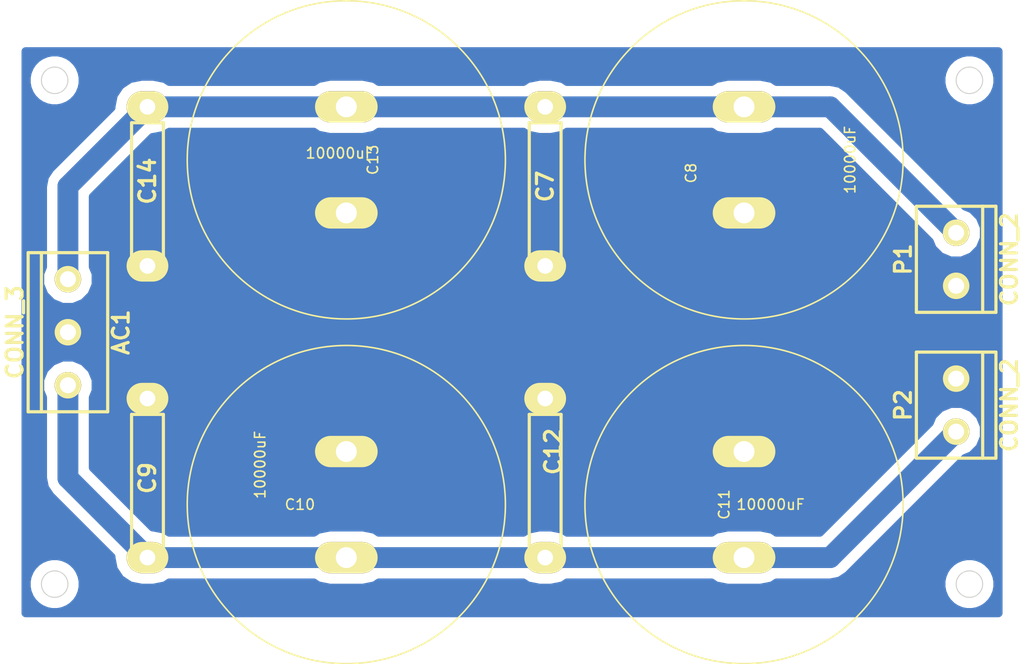
<source format=kicad_pcb>
(kicad_pcb (version 3) (host pcbnew "(2013-jul-07)-stable")

  (general
    (links 20)
    (no_connects 0)
    (area 76.1906 42.104999 175.2694 107.755001)
    (thickness 1.6)
    (drawings 4)
    (tracks 14)
    (zones 0)
    (modules 11)
    (nets 4)
  )

  (page A4 portrait)
  (layers
    (15 F.Cu power)
    (0 B.Cu power)
    (17 F.Adhes user)
    (19 F.Paste user)
    (21 F.SilkS user)
    (23 F.Mask user)
    (28 Edge.Cuts user)
  )

  (setup
    (last_trace_width 2)
    (trace_clearance 1)
    (zone_clearance 1)
    (zone_45_only no)
    (trace_min 0.254)
    (segment_width 0.2)
    (edge_width 0.1)
    (via_size 0.889)
    (via_drill 0.635)
    (via_min_size 0.889)
    (via_min_drill 0.508)
    (uvia_size 0.508)
    (uvia_drill 0.127)
    (uvias_allowed no)
    (uvia_min_size 0.508)
    (uvia_min_drill 0.127)
    (pcb_text_width 0.3)
    (pcb_text_size 1.5 1.5)
    (mod_edge_width 0.15)
    (mod_text_size 1 1)
    (mod_text_width 0.15)
    (pad_size 3 6)
    (pad_drill 2)
    (pad_to_mask_clearance 0.2)
    (solder_mask_min_width 0.3)
    (aux_axis_origin 0 0)
    (visible_elements FFFFFFBF)
    (pcbplotparams
      (layerselection 8388609)
      (usegerberextensions false)
      (excludeedgelayer false)
      (linewidth 0.150000)
      (plotframeref false)
      (viasonmask false)
      (mode 1)
      (useauxorigin false)
      (hpglpennumber 1)
      (hpglpenspeed 20)
      (hpglpendiameter 15)
      (hpglpenoverlay 2)
      (psnegative false)
      (psa4output false)
      (plotreference true)
      (plotvalue true)
      (plotothertext true)
      (plotinvisibletext false)
      (padsonsilk false)
      (subtractmaskfromsilk false)
      (outputformat 5)
      (mirror false)
      (drillshape 1)
      (scaleselection 1)
      (outputdirectory output/))
  )

  (net 0 "")
  (net 1 N-000001)
  (net 2 N-000002)
  (net 3 N-000003)

  (net_class Default "This is the default net class."
    (clearance 1)
    (trace_width 2)
    (via_dia 0.889)
    (via_drill 0.635)
    (uvia_dia 0.508)
    (uvia_drill 0.127)
    (add_net "")
    (add_net N-000001)
    (add_net N-000002)
    (add_net N-000003)
  )

  (module capacitor_big (layer F.Cu) (tedit 5491CA43) (tstamp 524ACE53)
    (at 112.395 91.44 270)
    (path /52497D9A)
    (fp_text reference C10 (at 0 6.985 360) (layer F.SilkS)
      (effects (font (size 1 1) (thickness 0.15)))
    )
    (fp_text value 10000uF (at -3.81 10.795 270) (layer F.SilkS)
      (effects (font (size 1 1) (thickness 0.15)))
    )
    (fp_circle (center 0 2.54) (end 15.24 2.54) (layer F.SilkS) (width 0.15))
    (pad 2 thru_hole oval (at 5.08 2.54 270) (size 3 6) (drill 2)
      (layers *.Cu *.Mask F.SilkS)
      (net 2 N-000002)
    )
    (pad 1 thru_hole oval (at -5.08 2.54 270) (size 3 6) (drill 2)
      (layers *.Cu *.Mask F.SilkS)
      (net 3 N-000003)
    )
  )

  (module capacitor_big (layer F.Cu) (tedit 5491CA4F) (tstamp 52861141)
    (at 150.495 58.42 270)
    (path /52497D8D)
    (fp_text reference C8 (at 1.27 7.62 270) (layer F.SilkS)
      (effects (font (size 1 1) (thickness 0.15)))
    )
    (fp_text value 10000uF (at 0 -7.62 270) (layer F.SilkS)
      (effects (font (size 1 1) (thickness 0.15)))
    )
    (fp_circle (center 0 2.54) (end 15.24 2.54) (layer F.SilkS) (width 0.15))
    (pad 2 thru_hole oval (at 5.08 2.54 270) (size 3 6) (drill 2)
      (layers *.Cu *.Mask F.SilkS)
      (net 3 N-000003)
    )
    (pad 1 thru_hole oval (at -5.08 2.54 270) (size 3 6) (drill 2)
      (layers *.Cu *.Mask F.SilkS)
      (net 1 N-000001)
    )
  )

  (module bornier3 (layer F.Cu) (tedit 5491C60A) (tstamp 524ACF3F)
    (at 83.185 74.93 270)
    (descr "Bornier d'alimentation 3 pins")
    (tags DEV)
    (path /52497BBA)
    (fp_text reference AC1 (at 0 -5.08 270) (layer F.SilkS)
      (effects (font (size 1.524 1.524) (thickness 0.3048)))
    )
    (fp_text value CONN_3 (at 0 5.08 270) (layer F.SilkS)
      (effects (font (size 1.524 1.524) (thickness 0.3048)))
    )
    (fp_line (start -7.62 3.81) (end -7.62 -3.81) (layer F.SilkS) (width 0.3048))
    (fp_line (start 7.62 3.81) (end 7.62 -3.81) (layer F.SilkS) (width 0.3048))
    (fp_line (start -7.62 2.54) (end 7.62 2.54) (layer F.SilkS) (width 0.3048))
    (fp_line (start -7.62 -3.81) (end 7.62 -3.81) (layer F.SilkS) (width 0.3048))
    (fp_line (start -7.62 3.81) (end 7.62 3.81) (layer F.SilkS) (width 0.3048))
    (pad 1 thru_hole circle (at -5.08 0 270) (size 2.54 2.54) (drill 1.524)
      (layers *.Cu *.Mask F.SilkS)
      (net 1 N-000001)
    )
    (pad 2 thru_hole circle (at 0 0 270) (size 2.54 2.54) (drill 1.524)
      (layers *.Cu *.Mask F.SilkS)
      (net 3 N-000003)
    )
    (pad 3 thru_hole circle (at 5.08 0 270) (size 2.54 2.54) (drill 1.524)
      (layers *.Cu *.Mask F.SilkS)
      (net 2 N-000002)
    )
    (model device/bornier_3.wrl
      (at (xyz 0 0 0))
      (scale (xyz 1 1 1))
      (rotate (xyz 0 0 0))
    )
  )

  (module capacitor_big (layer F.Cu) (tedit 55914CAA) (tstamp 524ACED6)
    (at 150.495 91.44 270)
    (path /52626317)
    (fp_text reference C11 (at 0 4.445 270) (layer F.SilkS)
      (effects (font (size 1 1) (thickness 0.15)))
    )
    (fp_text value 10000uF (at 0 0 360) (layer F.SilkS)
      (effects (font (size 1 1) (thickness 0.15)))
    )
    (fp_circle (center 0 2.54) (end 15.24 2.54) (layer F.SilkS) (width 0.15))
    (pad 2 thru_hole oval (at 5.08 2.54 270) (size 3 6) (drill 2)
      (layers *.Cu *.Mask F.SilkS)
      (net 2 N-000002)
    )
    (pad 1 thru_hole oval (at -5.08 2.54 270) (size 3 6) (drill 2)
      (layers *.Cu *.Mask F.SilkS)
      (net 3 N-000003)
    )
  )

  (module capacitor_big (layer F.Cu) (tedit 5491CA4B) (tstamp 52861149)
    (at 112.395 58.42 270)
    (path /5262630B)
    (fp_text reference C13 (at 0 0 270) (layer F.SilkS)
      (effects (font (size 1 1) (thickness 0.15)))
    )
    (fp_text value 10000uF (at -0.635 3.175 360) (layer F.SilkS)
      (effects (font (size 1 1) (thickness 0.15)))
    )
    (fp_circle (center 0 2.54) (end 15.24 2.54) (layer F.SilkS) (width 0.15))
    (pad 2 thru_hole oval (at 5.08 2.54 270) (size 3 6) (drill 2)
      (layers *.Cu *.Mask F.SilkS)
      (net 3 N-000003)
    )
    (pad 1 thru_hole oval (at -5.08 2.54 270) (size 3 6) (drill 2)
      (layers *.Cu *.Mask F.SilkS)
      (net 1 N-000001)
    )
  )

  (module bornier2 (layer F.Cu) (tedit 5491C78B) (tstamp 52626EA6)
    (at 168.275 81.915 90)
    (descr "Bornier d'alimentation 2 pins")
    (tags DEV)
    (path /5491B410)
    (fp_text reference P2 (at 0 -5.08 90) (layer F.SilkS)
      (effects (font (size 1.524 1.524) (thickness 0.3048)))
    )
    (fp_text value CONN_2 (at 0 5.08 90) (layer F.SilkS)
      (effects (font (size 1.524 1.524) (thickness 0.3048)))
    )
    (fp_line (start 5.08 2.54) (end -5.08 2.54) (layer F.SilkS) (width 0.3048))
    (fp_line (start 5.08 3.81) (end 5.08 -3.81) (layer F.SilkS) (width 0.3048))
    (fp_line (start 5.08 -3.81) (end -5.08 -3.81) (layer F.SilkS) (width 0.3048))
    (fp_line (start -5.08 -3.81) (end -5.08 3.81) (layer F.SilkS) (width 0.3048))
    (fp_line (start -5.08 3.81) (end 5.08 3.81) (layer F.SilkS) (width 0.3048))
    (pad 1 thru_hole circle (at -2.54 0 90) (size 2.54 2.54) (drill 1.524)
      (layers *.Cu *.Mask F.SilkS)
      (net 2 N-000002)
    )
    (pad 2 thru_hole circle (at 2.54 0 90) (size 2.54 2.54) (drill 1.524)
      (layers *.Cu *.Mask F.SilkS)
      (net 3 N-000003)
    )
    (model device/bornier_2.wrl
      (at (xyz 0 0 0))
      (scale (xyz 1 1 1))
      (rotate (xyz 0 0 0))
    )
  )

  (module bornier2 (layer F.Cu) (tedit 5491C790) (tstamp 526262B4)
    (at 168.275 67.945 90)
    (descr "Bornier d'alimentation 2 pins")
    (tags DEV)
    (path /5491B403)
    (fp_text reference P1 (at 0 -5.08 90) (layer F.SilkS)
      (effects (font (size 1.524 1.524) (thickness 0.3048)))
    )
    (fp_text value CONN_2 (at 0 5.08 90) (layer F.SilkS)
      (effects (font (size 1.524 1.524) (thickness 0.3048)))
    )
    (fp_line (start 5.08 2.54) (end -5.08 2.54) (layer F.SilkS) (width 0.3048))
    (fp_line (start 5.08 3.81) (end 5.08 -3.81) (layer F.SilkS) (width 0.3048))
    (fp_line (start 5.08 -3.81) (end -5.08 -3.81) (layer F.SilkS) (width 0.3048))
    (fp_line (start -5.08 -3.81) (end -5.08 3.81) (layer F.SilkS) (width 0.3048))
    (fp_line (start -5.08 3.81) (end 5.08 3.81) (layer F.SilkS) (width 0.3048))
    (pad 1 thru_hole circle (at -2.54 0 90) (size 2.54 2.54) (drill 1.524)
      (layers *.Cu *.Mask F.SilkS)
      (net 3 N-000003)
    )
    (pad 2 thru_hole circle (at 2.54 0 90) (size 2.54 2.54) (drill 1.524)
      (layers *.Cu *.Mask F.SilkS)
      (net 1 N-000001)
    )
    (model device/bornier_2.wrl
      (at (xyz 0 0 0))
      (scale (xyz 1 1 1))
      (rotate (xyz 0 0 0))
    )
  )

  (module CP6 (layer F.Cu) (tedit 5491CAB9) (tstamp 5262D1E2)
    (at 128.905 88.9 270)
    (descr "Condensateur polarise")
    (tags CP)
    (path /52626331)
    (fp_text reference C12 (at -2.54 -0.762 270) (layer F.SilkS)
      (effects (font (size 1.524 1.524) (thickness 0.3048)))
    )
    (fp_text value 100nF (at 0.635 0 270) (layer F.SilkS) hide
      (effects (font (size 1.524 1.524) (thickness 0.3048)))
    )
    (fp_line (start -7.62 0) (end -6.604 0) (layer F.SilkS) (width 0.3048))
    (fp_line (start -6.096 0.508) (end -6.604 0.508) (layer F.SilkS) (width 0.3048))
    (fp_line (start -6.604 0.508) (end -6.604 -0.508) (layer F.SilkS) (width 0.3048))
    (fp_line (start -6.604 -0.508) (end -6.096 -0.508) (layer F.SilkS) (width 0.3048))
    (fp_line (start 7.62 0) (end 6.604 0) (layer F.SilkS) (width 0.3048))
    (fp_line (start 6.604 0) (end 6.604 -1.524) (layer F.SilkS) (width 0.3048))
    (fp_line (start 6.604 -1.524) (end -6.096 -1.524) (layer F.SilkS) (width 0.3048))
    (fp_line (start -6.096 -1.524) (end -6.096 1.524) (layer F.SilkS) (width 0.3048))
    (fp_line (start -6.096 1.524) (end 6.604 1.524) (layer F.SilkS) (width 0.3048))
    (fp_line (start 6.604 1.524) (end 6.604 0) (layer F.SilkS) (width 0.3048))
    (pad 1 thru_hole oval (at -7.62 0 270) (size 3 4) (drill 1.5)
      (layers *.Cu *.Mask F.SilkS)
      (net 3 N-000003)
    )
    (pad 2 thru_hole oval (at 7.62 0 270) (size 3 4) (drill 1.5)
      (layers *.Cu *.Mask F.SilkS)
      (net 2 N-000002)
    )
    (model discret/c_pol.wrl
      (at (xyz 0 0 0))
      (scale (xyz 0.6 0.6 0.6))
      (rotate (xyz 0 0 0))
    )
  )

  (module CP6 (layer F.Cu) (tedit 5491CACF) (tstamp 524ACEEC)
    (at 90.805 60.96 270)
    (descr "Condensateur polarise")
    (tags CP)
    (path /52626311)
    (fp_text reference C14 (at -0.508 0 270) (layer F.SilkS)
      (effects (font (size 1.524 1.524) (thickness 0.3048)))
    )
    (fp_text value 100nF (at 0.635 0 270) (layer F.SilkS) hide
      (effects (font (size 1.524 1.524) (thickness 0.3048)))
    )
    (fp_line (start -7.62 0) (end -6.604 0) (layer F.SilkS) (width 0.3048))
    (fp_line (start -6.096 0.508) (end -6.604 0.508) (layer F.SilkS) (width 0.3048))
    (fp_line (start -6.604 0.508) (end -6.604 -0.508) (layer F.SilkS) (width 0.3048))
    (fp_line (start -6.604 -0.508) (end -6.096 -0.508) (layer F.SilkS) (width 0.3048))
    (fp_line (start 7.62 0) (end 6.604 0) (layer F.SilkS) (width 0.3048))
    (fp_line (start 6.604 0) (end 6.604 -1.524) (layer F.SilkS) (width 0.3048))
    (fp_line (start 6.604 -1.524) (end -6.096 -1.524) (layer F.SilkS) (width 0.3048))
    (fp_line (start -6.096 -1.524) (end -6.096 1.524) (layer F.SilkS) (width 0.3048))
    (fp_line (start -6.096 1.524) (end 6.604 1.524) (layer F.SilkS) (width 0.3048))
    (fp_line (start 6.604 1.524) (end 6.604 0) (layer F.SilkS) (width 0.3048))
    (pad 1 thru_hole oval (at -7.62 0 270) (size 3 4) (drill 1.5)
      (layers *.Cu *.Mask F.SilkS)
      (net 1 N-000001)
    )
    (pad 2 thru_hole oval (at 7.62 0 270) (size 3 4) (drill 1.5)
      (layers *.Cu *.Mask F.SilkS)
      (net 3 N-000003)
    )
    (model discret/c_pol.wrl
      (at (xyz 0 0 0))
      (scale (xyz 0.6 0.6 0.6))
      (rotate (xyz 0 0 0))
    )
  )

  (module CP6 (layer F.Cu) (tedit 5491CAC2) (tstamp 524ACEB5)
    (at 128.905 60.96 270)
    (descr "Condensateur polarise")
    (tags CP)
    (path /52497DB4)
    (fp_text reference C7 (at 0 0 270) (layer F.SilkS)
      (effects (font (size 1.524 1.524) (thickness 0.3048)))
    )
    (fp_text value 100nF (at 0.635 0 270) (layer F.SilkS) hide
      (effects (font (size 1.524 1.524) (thickness 0.3048)))
    )
    (fp_line (start -7.62 0) (end -6.604 0) (layer F.SilkS) (width 0.3048))
    (fp_line (start -6.096 0.508) (end -6.604 0.508) (layer F.SilkS) (width 0.3048))
    (fp_line (start -6.604 0.508) (end -6.604 -0.508) (layer F.SilkS) (width 0.3048))
    (fp_line (start -6.604 -0.508) (end -6.096 -0.508) (layer F.SilkS) (width 0.3048))
    (fp_line (start 7.62 0) (end 6.604 0) (layer F.SilkS) (width 0.3048))
    (fp_line (start 6.604 0) (end 6.604 -1.524) (layer F.SilkS) (width 0.3048))
    (fp_line (start 6.604 -1.524) (end -6.096 -1.524) (layer F.SilkS) (width 0.3048))
    (fp_line (start -6.096 -1.524) (end -6.096 1.524) (layer F.SilkS) (width 0.3048))
    (fp_line (start -6.096 1.524) (end 6.604 1.524) (layer F.SilkS) (width 0.3048))
    (fp_line (start 6.604 1.524) (end 6.604 0) (layer F.SilkS) (width 0.3048))
    (pad 1 thru_hole oval (at -7.62 0 270) (size 3 4) (drill 1.5)
      (layers *.Cu *.Mask F.SilkS)
      (net 1 N-000001)
    )
    (pad 2 thru_hole oval (at 7.62 0 270) (size 3 4) (drill 1.5)
      (layers *.Cu *.Mask F.SilkS)
      (net 3 N-000003)
    )
    (model discret/c_pol.wrl
      (at (xyz 0 0 0))
      (scale (xyz 0.6 0.6 0.6))
      (rotate (xyz 0 0 0))
    )
  )

  (module CP6 (layer F.Cu) (tedit 5491CAD6) (tstamp 524ACEC0)
    (at 90.805 88.9 270)
    (descr "Condensateur polarise")
    (tags CP)
    (path /52497DBA)
    (fp_text reference C9 (at 0 0 270) (layer F.SilkS)
      (effects (font (size 1.524 1.524) (thickness 0.3048)))
    )
    (fp_text value 100nF (at 0.635 0 270) (layer F.SilkS) hide
      (effects (font (size 1.524 1.524) (thickness 0.3048)))
    )
    (fp_line (start -7.62 0) (end -6.604 0) (layer F.SilkS) (width 0.3048))
    (fp_line (start -6.096 0.508) (end -6.604 0.508) (layer F.SilkS) (width 0.3048))
    (fp_line (start -6.604 0.508) (end -6.604 -0.508) (layer F.SilkS) (width 0.3048))
    (fp_line (start -6.604 -0.508) (end -6.096 -0.508) (layer F.SilkS) (width 0.3048))
    (fp_line (start 7.62 0) (end 6.604 0) (layer F.SilkS) (width 0.3048))
    (fp_line (start 6.604 0) (end 6.604 -1.524) (layer F.SilkS) (width 0.3048))
    (fp_line (start 6.604 -1.524) (end -6.096 -1.524) (layer F.SilkS) (width 0.3048))
    (fp_line (start -6.096 -1.524) (end -6.096 1.524) (layer F.SilkS) (width 0.3048))
    (fp_line (start -6.096 1.524) (end 6.604 1.524) (layer F.SilkS) (width 0.3048))
    (fp_line (start 6.604 1.524) (end 6.604 0) (layer F.SilkS) (width 0.3048))
    (pad 1 thru_hole oval (at -7.62 0 270) (size 3 4) (drill 1.5)
      (layers *.Cu *.Mask F.SilkS)
      (net 3 N-000003)
    )
    (pad 2 thru_hole oval (at 7.62 0 270) (size 3 4) (drill 1.5)
      (layers *.Cu *.Mask F.SilkS)
      (net 2 N-000002)
    )
    (model discret/c_pol.wrl
      (at (xyz 0 0 0))
      (scale (xyz 0.6 0.6 0.6))
      (rotate (xyz 0 0 0))
    )
  )

  (gr_circle (center 81.915 99.06) (end 83.185 99.06) (layer Edge.Cuts) (width 0.1))
  (gr_circle (center 81.915 50.8) (end 83.185 50.8) (layer Edge.Cuts) (width 0.1))
  (gr_circle (center 169.545 50.8) (end 170.815 50.8) (layer Edge.Cuts) (width 0.1))
  (gr_circle (center 169.545 99.06) (end 170.815 99.06) (layer Edge.Cuts) (width 0.1))

  (segment (start 147.955 53.34) (end 156.21 53.34) (width 2) (layer B.Cu) (net 1))
  (segment (start 156.21 53.34) (end 168.275 65.405) (width 2) (layer B.Cu) (net 1) (tstamp 54921F42))
  (segment (start 128.905 53.34) (end 147.955 53.34) (width 2) (layer B.Cu) (net 1))
  (segment (start 109.855 53.34) (end 128.905 53.34) (width 2) (layer B.Cu) (net 1))
  (segment (start 90.805 53.34) (end 109.855 53.34) (width 2) (layer B.Cu) (net 1))
  (segment (start 83.185 69.85) (end 83.185 60.96) (width 2) (layer B.Cu) (net 1))
  (segment (start 83.185 60.96) (end 90.805 53.34) (width 2) (layer B.Cu) (net 1) (tstamp 54921F39))
  (segment (start 147.955 96.52) (end 156.21 96.52) (width 2) (layer B.Cu) (net 2))
  (segment (start 156.21 96.52) (end 168.275 84.455) (width 2) (layer B.Cu) (net 2) (tstamp 54921F56))
  (segment (start 128.905 96.52) (end 147.955 96.52) (width 2) (layer B.Cu) (net 2))
  (segment (start 109.855 96.52) (end 128.905 96.52) (width 2) (layer B.Cu) (net 2))
  (segment (start 90.805 96.52) (end 109.855 96.52) (width 2) (layer B.Cu) (net 2))
  (segment (start 83.185 80.01) (end 83.185 88.9) (width 2) (layer B.Cu) (net 2))
  (segment (start 83.185 88.9) (end 90.805 96.52) (width 2) (layer B.Cu) (net 2) (tstamp 54921F47))

  (zone (net 3) (net_name N-000003) (layer B.Cu) (tstamp 54921FA1) (hatch edge 0.508)
    (connect_pads yes (clearance 1))
    (min_thickness 0.8)
    (fill (arc_segments 16) (thermal_gap 0.81) (thermal_bridge_width 0.81))
    (polygon
      (pts
        (xy 172.72 47.625) (xy 78.74 47.625) (xy 78.74 102.235) (xy 172.72 102.235)
      )
    )
    (filled_polygon
      (pts
        (xy 172.32 101.835) (xy 172.236961 101.835) (xy 172.236961 99.341556) (xy 172.236715 99.06) (xy 172.236961 98.778444)
        (xy 172.236961 51.081556) (xy 172.236715 50.8) (xy 172.236961 50.518444) (xy 172.236467 50.515949) (xy 172.236467 50.515794)
        (xy 172.236408 50.515652) (xy 172.140712 50.032352) (xy 171.92466 49.509468) (xy 171.923098 49.507903) (xy 171.649359 49.09745)
        (xy 171.649114 49.097204) (xy 171.648193 49.094986) (xy 171.276806 48.724247) (xy 171.249654 48.697047) (xy 171.249491 48.696979)
        (xy 171.24779 48.695281) (xy 170.837064 48.421362) (xy 170.835616 48.419916) (xy 170.312732 48.203864) (xy 169.82664 48.107615)
        (xy 169.302245 48.108072) (xy 169.263444 48.108039) (xy 169.2631 48.108107) (xy 169.260878 48.108109) (xy 169.258861 48.108946)
        (xy 168.777352 48.204288) (xy 168.254468 48.42034) (xy 168.252903 48.421901) (xy 167.84245 48.695641) (xy 167.842204 48.695885)
        (xy 167.839986 48.696807) (xy 167.469247 49.068193) (xy 167.442047 49.095346) (xy 167.441979 49.095508) (xy 167.440281 49.09721)
        (xy 167.166362 49.507935) (xy 167.164916 49.509384) (xy 166.948864 50.032268) (xy 166.852615 50.51836) (xy 166.85286 50.8)
        (xy 166.852615 51.08164) (xy 166.948864 51.567732) (xy 167.164916 52.090616) (xy 167.166362 52.092064) (xy 167.440281 52.50279)
        (xy 167.441979 52.504491) (xy 167.442047 52.504654) (xy 167.469247 52.531806) (xy 167.839986 52.903193) (xy 167.842204 52.904114)
        (xy 167.84245 52.904359) (xy 168.252903 53.178098) (xy 168.254468 53.17966) (xy 168.777352 53.395712) (xy 169.258861 53.491053)
        (xy 169.260878 53.491891) (xy 169.2631 53.491892) (xy 169.263444 53.491961) (xy 169.302245 53.491927) (xy 169.82664 53.492385)
        (xy 170.312732 53.396136) (xy 170.835616 53.180084) (xy 170.837064 53.178637) (xy 171.24779 52.904719) (xy 171.249491 52.90302)
        (xy 171.249654 52.902953) (xy 171.276806 52.875752) (xy 171.648193 52.505014) (xy 171.649114 52.502795) (xy 171.649359 52.50255)
        (xy 171.923098 52.092096) (xy 171.92466 52.090532) (xy 172.140712 51.567648) (xy 172.236408 51.084347) (xy 172.236467 51.084206)
        (xy 172.236467 51.08405) (xy 172.236961 51.081556) (xy 172.236961 98.778444) (xy 172.236467 98.775949) (xy 172.236467 98.775794)
        (xy 172.236408 98.775652) (xy 172.140712 98.292352) (xy 171.92466 97.769468) (xy 171.923098 97.767903) (xy 171.649359 97.35745)
        (xy 171.649114 97.357204) (xy 171.648193 97.354986) (xy 171.276806 96.984247) (xy 171.249654 96.957047) (xy 171.249491 96.956979)
        (xy 171.24779 96.955281) (xy 170.945462 96.753654) (xy 170.945462 83.926234) (xy 170.945462 64.876234) (xy 170.539835 63.894543)
        (xy 169.789408 63.142804) (xy 169.135313 62.8712) (xy 157.907056 51.642944) (xy 157.12844 51.122689) (xy 156.21 50.94)
        (xy 151.068911 50.94) (xy 150.650983 50.660749) (xy 149.541201 50.44) (xy 146.368799 50.44) (xy 145.259017 50.660749)
        (xy 144.841088 50.94) (xy 130.999319 50.94) (xy 130.581391 50.660749) (xy 129.471609 50.44) (xy 128.338391 50.44)
        (xy 127.228609 50.660749) (xy 126.81068 50.94) (xy 112.968911 50.94) (xy 112.550983 50.660749) (xy 111.441201 50.44)
        (xy 108.268799 50.44) (xy 107.159017 50.660749) (xy 106.741088 50.94) (xy 92.899319 50.94) (xy 92.481391 50.660749)
        (xy 91.371609 50.44) (xy 90.238391 50.44) (xy 89.128609 50.660749) (xy 88.187781 51.28939) (xy 87.55914 52.230218)
        (xy 87.338391 53.34) (xy 87.350418 53.400468) (xy 84.606961 56.143925) (xy 84.606961 51.081556) (xy 84.606715 50.8)
        (xy 84.606961 50.518444) (xy 84.606467 50.515949) (xy 84.606467 50.515794) (xy 84.606408 50.515652) (xy 84.510712 50.032352)
        (xy 84.29466 49.509468) (xy 84.293098 49.507903) (xy 84.019359 49.09745) (xy 84.019114 49.097204) (xy 84.018193 49.094986)
        (xy 83.646806 48.724247) (xy 83.619654 48.697047) (xy 83.619491 48.696979) (xy 83.61779 48.695281) (xy 83.207064 48.421362)
        (xy 83.205616 48.419916) (xy 82.682732 48.203864) (xy 82.19664 48.107615) (xy 81.672245 48.108072) (xy 81.633444 48.108039)
        (xy 81.6331 48.108107) (xy 81.630878 48.108109) (xy 81.628861 48.108946) (xy 81.147352 48.204288) (xy 80.624468 48.42034)
        (xy 80.622903 48.421901) (xy 80.21245 48.695641) (xy 80.212204 48.695885) (xy 80.209986 48.696807) (xy 79.839247 49.068193)
        (xy 79.812047 49.095346) (xy 79.811979 49.095508) (xy 79.810281 49.09721) (xy 79.536362 49.507935) (xy 79.534916 49.509384)
        (xy 79.318864 50.032268) (xy 79.222615 50.51836) (xy 79.22286 50.8) (xy 79.222615 51.08164) (xy 79.318864 51.567732)
        (xy 79.534916 52.090616) (xy 79.536362 52.092064) (xy 79.810281 52.50279) (xy 79.811979 52.504491) (xy 79.812047 52.504654)
        (xy 79.839247 52.531806) (xy 80.209986 52.903193) (xy 80.212204 52.904114) (xy 80.21245 52.904359) (xy 80.622903 53.178098)
        (xy 80.624468 53.17966) (xy 81.147352 53.395712) (xy 81.628861 53.491053) (xy 81.630878 53.491891) (xy 81.6331 53.491892)
        (xy 81.633444 53.491961) (xy 81.672245 53.491927) (xy 82.19664 53.492385) (xy 82.682732 53.396136) (xy 83.205616 53.180084)
        (xy 83.207064 53.178637) (xy 83.61779 52.904719) (xy 83.619491 52.90302) (xy 83.619654 52.902953) (xy 83.646806 52.875752)
        (xy 84.018193 52.505014) (xy 84.019114 52.502795) (xy 84.019359 52.50255) (xy 84.293098 52.092096) (xy 84.29466 52.090532)
        (xy 84.510712 51.567648) (xy 84.606408 51.084347) (xy 84.606467 51.084206) (xy 84.606467 51.08405) (xy 84.606961 51.081556)
        (xy 84.606961 56.143925) (xy 81.487944 59.262944) (xy 80.967689 60.04156) (xy 80.785 60.96) (xy 80.785 68.667461)
        (xy 80.515465 69.316574) (xy 80.514538 70.378766) (xy 80.920165 71.360457) (xy 81.670592 72.112196) (xy 82.651574 72.519535)
        (xy 83.713766 72.520462) (xy 84.695457 72.114835) (xy 85.447196 71.364408) (xy 85.854535 70.383426) (xy 85.855462 69.321234)
        (xy 85.585 68.666666) (xy 85.585 61.954112) (xy 91.299112 56.24) (xy 91.371609 56.24) (xy 92.481391 56.019251)
        (xy 92.899319 55.74) (xy 106.741088 55.74) (xy 107.159017 56.019251) (xy 108.268799 56.24) (xy 111.441201 56.24)
        (xy 112.550983 56.019251) (xy 112.968911 55.74) (xy 126.81068 55.74) (xy 127.228609 56.019251) (xy 128.338391 56.24)
        (xy 129.471609 56.24) (xy 130.581391 56.019251) (xy 130.999319 55.74) (xy 144.841088 55.74) (xy 145.259017 56.019251)
        (xy 146.368799 56.24) (xy 149.541201 56.24) (xy 150.650983 56.019251) (xy 151.068911 55.74) (xy 155.215887 55.74)
        (xy 165.741763 66.265876) (xy 166.010165 66.915457) (xy 166.760592 67.667196) (xy 167.741574 68.074535) (xy 168.803766 68.075462)
        (xy 169.785457 67.669835) (xy 170.537196 66.919408) (xy 170.944535 65.938426) (xy 170.945462 64.876234) (xy 170.945462 83.926234)
        (xy 170.539835 82.944543) (xy 169.789408 82.192804) (xy 168.808426 81.785465) (xy 167.746234 81.784538) (xy 166.764543 82.190165)
        (xy 166.012804 82.940592) (xy 165.7412 83.594686) (xy 155.215887 94.12) (xy 151.068911 94.12) (xy 150.650983 93.840749)
        (xy 149.541201 93.62) (xy 146.368799 93.62) (xy 145.259017 93.840749) (xy 144.841088 94.12) (xy 130.999319 94.12)
        (xy 130.581391 93.840749) (xy 129.471609 93.62) (xy 128.338391 93.62) (xy 127.228609 93.840749) (xy 126.81068 94.12)
        (xy 112.968911 94.12) (xy 112.550983 93.840749) (xy 111.441201 93.62) (xy 108.268799 93.62) (xy 107.159017 93.840749)
        (xy 106.741088 94.12) (xy 92.899319 94.12) (xy 92.481391 93.840749) (xy 91.371609 93.62) (xy 91.299112 93.62)
        (xy 85.585 87.905887) (xy 85.585 81.192538) (xy 85.854535 80.543426) (xy 85.855462 79.481234) (xy 85.449835 78.499543)
        (xy 84.699408 77.747804) (xy 83.718426 77.340465) (xy 82.656234 77.339538) (xy 81.674543 77.745165) (xy 80.922804 78.495592)
        (xy 80.515465 79.476574) (xy 80.514538 80.538766) (xy 80.785 81.193333) (xy 80.785 88.9) (xy 80.967689 89.81844)
        (xy 81.487944 90.597056) (xy 87.350418 96.459531) (xy 87.338391 96.52) (xy 87.55914 97.629782) (xy 88.187781 98.57061)
        (xy 89.128609 99.199251) (xy 90.238391 99.42) (xy 91.371609 99.42) (xy 92.481391 99.199251) (xy 92.899319 98.92)
        (xy 106.741088 98.92) (xy 107.159017 99.199251) (xy 108.268799 99.42) (xy 111.441201 99.42) (xy 112.550983 99.199251)
        (xy 112.968911 98.92) (xy 126.81068 98.92) (xy 127.228609 99.199251) (xy 128.338391 99.42) (xy 129.471609 99.42)
        (xy 130.581391 99.199251) (xy 130.999319 98.92) (xy 144.841088 98.92) (xy 145.259017 99.199251) (xy 146.368799 99.42)
        (xy 149.541201 99.42) (xy 150.650983 99.199251) (xy 151.068911 98.92) (xy 156.21 98.92) (xy 157.12844 98.737311)
        (xy 157.907056 98.217056) (xy 169.135876 86.988236) (xy 169.785457 86.719835) (xy 170.537196 85.969408) (xy 170.944535 84.988426)
        (xy 170.945462 83.926234) (xy 170.945462 96.753654) (xy 170.837064 96.681362) (xy 170.835616 96.679916) (xy 170.312732 96.463864)
        (xy 169.82664 96.367615) (xy 169.302245 96.368072) (xy 169.263444 96.368039) (xy 169.2631 96.368107) (xy 169.260878 96.368109)
        (xy 169.258861 96.368946) (xy 168.777352 96.464288) (xy 168.254468 96.68034) (xy 168.252903 96.681901) (xy 167.84245 96.955641)
        (xy 167.842204 96.955885) (xy 167.839986 96.956807) (xy 167.469247 97.328193) (xy 167.442047 97.355346) (xy 167.441979 97.355508)
        (xy 167.440281 97.35721) (xy 167.166362 97.767935) (xy 167.164916 97.769384) (xy 166.948864 98.292268) (xy 166.852615 98.77836)
        (xy 166.85286 99.06) (xy 166.852615 99.34164) (xy 166.948864 99.827732) (xy 167.164916 100.350616) (xy 167.166362 100.352064)
        (xy 167.440281 100.76279) (xy 167.441979 100.764491) (xy 167.442047 100.764654) (xy 167.469247 100.791806) (xy 167.839986 101.163193)
        (xy 167.842204 101.164114) (xy 167.84245 101.164359) (xy 168.252903 101.438098) (xy 168.254468 101.43966) (xy 168.777352 101.655712)
        (xy 169.258861 101.751053) (xy 169.260878 101.751891) (xy 169.2631 101.751892) (xy 169.263444 101.751961) (xy 169.302245 101.751927)
        (xy 169.82664 101.752385) (xy 170.312732 101.656136) (xy 170.835616 101.440084) (xy 170.837064 101.438637) (xy 171.24779 101.164719)
        (xy 171.249491 101.16302) (xy 171.249654 101.162953) (xy 171.276806 101.135752) (xy 171.648193 100.765014) (xy 171.649114 100.762795)
        (xy 171.649359 100.76255) (xy 171.923098 100.352096) (xy 171.92466 100.350532) (xy 172.140712 99.827648) (xy 172.236408 99.344347)
        (xy 172.236467 99.344206) (xy 172.236467 99.34405) (xy 172.236961 99.341556) (xy 172.236961 101.835) (xy 84.606961 101.835)
        (xy 84.606961 99.341556) (xy 84.606715 99.06) (xy 84.606961 98.778444) (xy 84.606467 98.775949) (xy 84.606467 98.775794)
        (xy 84.606408 98.775652) (xy 84.510712 98.292352) (xy 84.29466 97.769468) (xy 84.293098 97.767903) (xy 84.019359 97.35745)
        (xy 84.019114 97.357204) (xy 84.018193 97.354986) (xy 83.646806 96.984247) (xy 83.619654 96.957047) (xy 83.619491 96.956979)
        (xy 83.61779 96.955281) (xy 83.207064 96.681362) (xy 83.205616 96.679916) (xy 82.682732 96.463864) (xy 82.19664 96.367615)
        (xy 81.672245 96.368072) (xy 81.633444 96.368039) (xy 81.6331 96.368107) (xy 81.630878 96.368109) (xy 81.628861 96.368946)
        (xy 81.147352 96.464288) (xy 80.624468 96.68034) (xy 80.622903 96.681901) (xy 80.21245 96.955641) (xy 80.212204 96.955885)
        (xy 80.209986 96.956807) (xy 79.839247 97.328193) (xy 79.812047 97.355346) (xy 79.811979 97.355508) (xy 79.810281 97.35721)
        (xy 79.536362 97.767935) (xy 79.534916 97.769384) (xy 79.318864 98.292268) (xy 79.222615 98.77836) (xy 79.22286 99.06)
        (xy 79.222615 99.34164) (xy 79.318864 99.827732) (xy 79.534916 100.350616) (xy 79.536362 100.352064) (xy 79.810281 100.76279)
        (xy 79.811979 100.764491) (xy 79.812047 100.764654) (xy 79.839247 100.791806) (xy 80.209986 101.163193) (xy 80.212204 101.164114)
        (xy 80.21245 101.164359) (xy 80.622903 101.438098) (xy 80.624468 101.43966) (xy 81.147352 101.655712) (xy 81.628861 101.751053)
        (xy 81.630878 101.751891) (xy 81.6331 101.751892) (xy 81.633444 101.751961) (xy 81.672245 101.751927) (xy 82.19664 101.752385)
        (xy 82.682732 101.656136) (xy 83.205616 101.440084) (xy 83.207064 101.438637) (xy 83.61779 101.164719) (xy 83.619491 101.16302)
        (xy 83.619654 101.162953) (xy 83.646806 101.135752) (xy 84.018193 100.765014) (xy 84.019114 100.762795) (xy 84.019359 100.76255)
        (xy 84.293098 100.352096) (xy 84.29466 100.350532) (xy 84.510712 99.827648) (xy 84.606408 99.344347) (xy 84.606467 99.344206)
        (xy 84.606467 99.34405) (xy 84.606961 99.341556) (xy 84.606961 101.835) (xy 79.14 101.835) (xy 79.14 48.025)
        (xy 172.32 48.025) (xy 172.32 101.835)
      )
    )
  )
)

</source>
